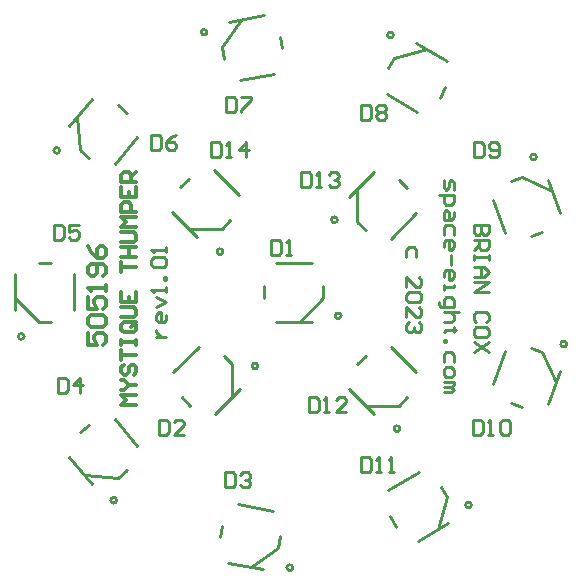
<source format=gto>
%FSLAX25Y25*%
%MOIN*%
G70*
G01*
G75*
G04 Layer_Color=65535*
%ADD10P,0.08352X4X360.0*%
%ADD11P,0.08352X4X270.0*%
%ADD12P,0.08352X4X75.0*%
%ADD13P,0.08352X4X115.0*%
%ADD14P,0.08352X4X155.0*%
%ADD15P,0.08352X4X195.0*%
%ADD16P,0.08352X4X235.0*%
%ADD17P,0.08352X4X275.0*%
%ADD18R,0.05906X0.05906*%
%ADD19P,0.08352X4X355.0*%
%ADD20P,0.08352X4X395.0*%
%ADD21R,0.05906X0.05906*%
%ADD22C,0.02500*%
%ADD23C,0.04000*%
%ADD24R,0.12205X0.17716*%
%ADD25R,0.08000X0.05000*%
%ADD26C,0.05000*%
%ADD27C,0.01000*%
%ADD28C,0.01200*%
D27*
X1376356Y1013493D02*
G03*
X1376356Y1013493I-984J0D01*
G01*
X1414477Y1024128D02*
G03*
X1414477Y1024128I-984J0D01*
G01*
X1435356Y954493D02*
G03*
X1435356Y954493I-984J0D01*
G01*
X1459207Y929063D02*
G03*
X1459207Y929063I-984J0D01*
G01*
X1490933Y982680D02*
G03*
X1490933Y982680I-984J0D01*
G01*
X1480834Y1045067D02*
G03*
X1480834Y1045067I-984J0D01*
G01*
X1433135Y1085701D02*
G03*
X1433135Y1085701I-984J0D01*
G01*
X1371078Y1086691D02*
G03*
X1371078Y1086691I-984J0D01*
G01*
X1321962Y1047252D02*
G03*
X1321962Y1047252I-984J0D01*
G01*
X1310110Y985236D02*
G03*
X1310110Y985236I-984J0D01*
G01*
X1340942Y930629D02*
G03*
X1340942Y930629I-984J0D01*
G01*
X1399656Y908182D02*
G03*
X1399656Y908182I-984J0D01*
G01*
X1387992Y975372D02*
G03*
X1387992Y975372I-984J0D01*
G01*
X1415748Y992126D02*
G03*
X1415748Y992126I-984J0D01*
G01*
X1376068Y1021148D02*
X1378852Y1023932D01*
X1362148Y1035068D02*
X1364932Y1037852D01*
X1359365Y1026716D02*
X1367716Y1018365D01*
X1373284Y1040635D02*
X1381635Y1032284D01*
X1364932Y1021148D02*
X1376068D01*
X1421148Y1023432D02*
X1423932Y1020648D01*
X1435068Y1037352D02*
X1437852Y1034568D01*
X1418365Y1031784D02*
X1426716Y1040135D01*
X1432284Y1017865D02*
X1440635Y1026216D01*
X1421148Y1023432D02*
Y1034568D01*
X1435068Y962148D02*
X1437852Y964932D01*
X1421148Y976068D02*
X1423932Y978852D01*
X1418365Y967716D02*
X1426716Y959365D01*
X1432284Y981635D02*
X1440635Y973284D01*
X1423932Y962148D02*
X1435068D01*
X1449040Y935126D02*
X1451008Y931717D01*
X1431992Y925284D02*
X1433960Y921874D01*
X1441307Y917023D02*
X1451536Y922929D01*
X1431464Y934071D02*
X1441693Y939977D01*
X1448126Y920960D02*
X1451008Y931717D01*
X1479017Y981422D02*
X1482716Y980076D01*
X1472284Y962924D02*
X1475983Y961578D01*
X1484729Y962584D02*
X1488769Y973683D01*
X1466231Y969317D02*
X1470271Y980416D01*
X1482716Y980076D02*
X1487422Y969983D01*
X1472284Y1037076D02*
X1475983Y1038422D01*
X1479017Y1018578D02*
X1482716Y1019924D01*
X1484729Y1037416D02*
X1488769Y1026317D01*
X1466231Y1030683D02*
X1470271Y1019584D01*
X1475983Y1038422D02*
X1486076Y1033716D01*
X1431492Y1074716D02*
X1433460Y1078126D01*
X1448540Y1064874D02*
X1450508Y1068283D01*
X1440807Y1082977D02*
X1451036Y1077071D01*
X1430964Y1065929D02*
X1441193Y1060023D01*
X1433460Y1078126D02*
X1444217Y1081008D01*
X1375965Y1081730D02*
X1376649Y1077852D01*
X1395351Y1085148D02*
X1396035Y1081271D01*
X1378475Y1090168D02*
X1390107Y1092218D01*
X1381893Y1070782D02*
X1393525Y1072832D01*
X1375965Y1081730D02*
X1382352Y1090851D01*
X1328665Y1047225D02*
X1331681Y1044695D01*
X1341319Y1062305D02*
X1344335Y1059774D01*
X1325164Y1055303D02*
X1332756Y1064351D01*
X1340244Y1042649D02*
X1347836Y1051697D01*
X1327695Y1058319D02*
X1328665Y1047225D01*
X1315032Y990158D02*
X1318968D01*
X1315032Y1009842D02*
X1318968D01*
X1307158Y994094D02*
Y1005906D01*
X1326842Y994094D02*
Y1005906D01*
X1307158Y998032D02*
X1315032Y990158D01*
X1341319Y938195D02*
X1344335Y940726D01*
X1328665Y953275D02*
X1331681Y955805D01*
X1325164Y945197D02*
X1332756Y936150D01*
X1340244Y957850D02*
X1347836Y948803D01*
X1330225Y939165D02*
X1341319Y938195D01*
X1394851Y914852D02*
X1395535Y918729D01*
X1375465Y918271D02*
X1376149Y922148D01*
X1377975Y909832D02*
X1389607Y907782D01*
X1381393Y929218D02*
X1393025Y927168D01*
X1385729Y908465D02*
X1394851Y914852D01*
X1376568Y978852D02*
X1379352Y976068D01*
X1362648Y964932D02*
X1365432Y962148D01*
X1373784Y959365D02*
X1382135Y967716D01*
X1359865Y973284D02*
X1368216Y981635D01*
X1379352Y964932D02*
Y976068D01*
X1409842Y998032D02*
Y1001968D01*
X1390158Y998032D02*
Y1001968D01*
X1394094Y990158D02*
X1405906D01*
X1394094Y1009842D02*
X1405906D01*
X1401968Y990158D02*
X1409842Y998032D01*
X1392500Y1017498D02*
Y1012500D01*
X1394999D01*
X1395832Y1013333D01*
Y1016665D01*
X1394999Y1017498D01*
X1392500D01*
X1397498Y1012500D02*
X1399164D01*
X1398331D01*
Y1017498D01*
X1397498Y1016665D01*
X1355000Y957498D02*
Y952500D01*
X1357499D01*
X1358332Y953333D01*
Y956665D01*
X1357499Y957498D01*
X1355000D01*
X1363331Y952500D02*
X1359998D01*
X1363331Y955832D01*
Y956665D01*
X1362498Y957498D01*
X1360831D01*
X1359998Y956665D01*
X1377197Y939998D02*
Y935000D01*
X1379696D01*
X1380529Y935833D01*
Y939165D01*
X1379696Y939998D01*
X1377197D01*
X1382196Y939165D02*
X1383029Y939998D01*
X1384695D01*
X1385528Y939165D01*
Y938332D01*
X1384695Y937499D01*
X1383862D01*
X1384695D01*
X1385528Y936666D01*
Y935833D01*
X1384695Y935000D01*
X1383029D01*
X1382196Y935833D01*
X1321300Y971498D02*
Y966500D01*
X1323799D01*
X1324632Y967333D01*
Y970665D01*
X1323799Y971498D01*
X1321300D01*
X1328798Y966500D02*
Y971498D01*
X1326298Y968999D01*
X1329631D01*
X1320000Y1022498D02*
Y1017500D01*
X1322499D01*
X1323332Y1018333D01*
Y1021665D01*
X1322499Y1022498D01*
X1320000D01*
X1328331D02*
X1324998D01*
Y1019999D01*
X1326665Y1020832D01*
X1327498D01*
X1328331Y1019999D01*
Y1018333D01*
X1327498Y1017500D01*
X1325831D01*
X1324998Y1018333D01*
X1352500Y1052498D02*
Y1047500D01*
X1354999D01*
X1355832Y1048333D01*
Y1051665D01*
X1354999Y1052498D01*
X1352500D01*
X1360831D02*
X1359165Y1051665D01*
X1357498Y1049999D01*
Y1048333D01*
X1358331Y1047500D01*
X1359998D01*
X1360831Y1048333D01*
Y1049166D01*
X1359998Y1049999D01*
X1357498D01*
X1377500Y1064998D02*
Y1060000D01*
X1379999D01*
X1380832Y1060833D01*
Y1064165D01*
X1379999Y1064998D01*
X1377500D01*
X1382498D02*
X1385831D01*
Y1064165D01*
X1382498Y1060833D01*
Y1060000D01*
X1422500Y1062498D02*
Y1057500D01*
X1424999D01*
X1425832Y1058333D01*
Y1061665D01*
X1424999Y1062498D01*
X1422500D01*
X1427498Y1061665D02*
X1428331Y1062498D01*
X1429998D01*
X1430831Y1061665D01*
Y1060832D01*
X1429998Y1059999D01*
X1430831Y1059166D01*
Y1058333D01*
X1429998Y1057500D01*
X1428331D01*
X1427498Y1058333D01*
Y1059166D01*
X1428331Y1059999D01*
X1427498Y1060832D01*
Y1061665D01*
X1428331Y1059999D02*
X1429998D01*
X1460000Y1049998D02*
Y1045000D01*
X1462499D01*
X1463332Y1045833D01*
Y1049165D01*
X1462499Y1049998D01*
X1460000D01*
X1464998Y1045833D02*
X1465831Y1045000D01*
X1467498D01*
X1468331Y1045833D01*
Y1049165D01*
X1467498Y1049998D01*
X1465831D01*
X1464998Y1049165D01*
Y1048332D01*
X1465831Y1047499D01*
X1468331D01*
X1459619Y957498D02*
Y952500D01*
X1462118D01*
X1462951Y953333D01*
Y956665D01*
X1462118Y957498D01*
X1459619D01*
X1464617Y952500D02*
X1466284D01*
X1465450D01*
Y957498D01*
X1464617Y956665D01*
X1468783D02*
X1469616Y957498D01*
X1471282D01*
X1472115Y956665D01*
Y953333D01*
X1471282Y952500D01*
X1469616D01*
X1468783Y953333D01*
Y956665D01*
X1422500Y944998D02*
Y940000D01*
X1424999D01*
X1425832Y940833D01*
Y944165D01*
X1424999Y944998D01*
X1422500D01*
X1427498Y940000D02*
X1429165D01*
X1428331D01*
Y944998D01*
X1427498Y944165D01*
X1431664Y940000D02*
X1433330D01*
X1432497D01*
Y944998D01*
X1431664Y944165D01*
X1405000Y964998D02*
Y960000D01*
X1407499D01*
X1408332Y960833D01*
Y964165D01*
X1407499Y964998D01*
X1405000D01*
X1409998Y960000D02*
X1411664D01*
X1410831D01*
Y964998D01*
X1409998Y964165D01*
X1417496Y960000D02*
X1414164D01*
X1417496Y963332D01*
Y964165D01*
X1416663Y964998D01*
X1414997D01*
X1414164Y964165D01*
X1402500Y1039998D02*
Y1035000D01*
X1404999D01*
X1405832Y1035833D01*
Y1039165D01*
X1404999Y1039998D01*
X1402500D01*
X1407498Y1035000D02*
X1409165D01*
X1408331D01*
Y1039998D01*
X1407498Y1039165D01*
X1411664D02*
X1412497Y1039998D01*
X1414163D01*
X1414996Y1039165D01*
Y1038332D01*
X1414163Y1037499D01*
X1413330D01*
X1414163D01*
X1414996Y1036666D01*
Y1035833D01*
X1414163Y1035000D01*
X1412497D01*
X1411664Y1035833D01*
X1372500Y1049998D02*
Y1045000D01*
X1374999D01*
X1375832Y1045833D01*
Y1049165D01*
X1374999Y1049998D01*
X1372500D01*
X1377498Y1045000D02*
X1379165D01*
X1378331D01*
Y1049998D01*
X1377498Y1049165D01*
X1384163Y1045000D02*
Y1049998D01*
X1381664Y1047499D01*
X1384996D01*
X1450000Y1037500D02*
Y1035001D01*
X1450833Y1034168D01*
X1451666Y1035001D01*
Y1036667D01*
X1452499Y1037500D01*
X1453332Y1036667D01*
Y1034168D01*
X1448334Y1032502D02*
X1453332D01*
Y1030002D01*
X1452499Y1029169D01*
X1450833D01*
X1450000Y1030002D01*
Y1032502D01*
X1453332Y1026670D02*
Y1025004D01*
X1452499Y1024171D01*
X1450000D01*
Y1026670D01*
X1450833Y1027503D01*
X1451666Y1026670D01*
Y1024171D01*
X1453332Y1019173D02*
Y1021672D01*
X1452499Y1022505D01*
X1450833D01*
X1450000Y1021672D01*
Y1019173D01*
Y1015007D02*
Y1016673D01*
X1450833Y1017507D01*
X1452499D01*
X1453332Y1016673D01*
Y1015007D01*
X1452499Y1014174D01*
X1451666D01*
Y1017507D01*
X1452499Y1012508D02*
Y1009176D01*
X1450000Y1005011D02*
Y1006677D01*
X1450833Y1007510D01*
X1452499D01*
X1453332Y1006677D01*
Y1005011D01*
X1452499Y1004177D01*
X1451666D01*
Y1007510D01*
X1450000Y1002511D02*
Y1000845D01*
Y1001678D01*
X1453332D01*
Y1002511D01*
X1448334Y996680D02*
Y995847D01*
X1449167Y995014D01*
X1453332D01*
Y997513D01*
X1452499Y998346D01*
X1450833D01*
X1450000Y997513D01*
Y995014D01*
X1454998Y993348D02*
X1450000D01*
X1452499D01*
X1453332Y992515D01*
Y990849D01*
X1452499Y990015D01*
X1450000D01*
X1454165Y987516D02*
X1453332D01*
Y988349D01*
Y986683D01*
Y987516D01*
X1450833D01*
X1450000Y986683D01*
Y984184D02*
X1450833D01*
Y983351D01*
X1450000D01*
Y984184D01*
X1453332Y976686D02*
Y979186D01*
X1452499Y980019D01*
X1450833D01*
X1450000Y979186D01*
Y976686D01*
Y974187D02*
Y972521D01*
X1450833Y971688D01*
X1452499D01*
X1453332Y972521D01*
Y974187D01*
X1452499Y975020D01*
X1450833D01*
X1450000Y974187D01*
Y970022D02*
X1453332D01*
Y969189D01*
X1452499Y968356D01*
X1450000D01*
X1452499D01*
X1453332Y967523D01*
X1452499Y966690D01*
X1450000D01*
X1354168Y985000D02*
X1357500D01*
X1355834D01*
X1355001Y985833D01*
X1354168Y986666D01*
Y987499D01*
X1357500Y992498D02*
Y990831D01*
X1356667Y989998D01*
X1355001D01*
X1354168Y990831D01*
Y992498D01*
X1355001Y993331D01*
X1355834D01*
Y989998D01*
X1354168Y994997D02*
X1357500Y996663D01*
X1354168Y998329D01*
X1357500Y999995D02*
Y1001661D01*
Y1000828D01*
X1352502D01*
X1353335Y999995D01*
X1357500Y1004160D02*
X1356667D01*
Y1004994D01*
X1357500D01*
Y1004160D01*
X1353335Y1008326D02*
X1352502Y1009159D01*
Y1010825D01*
X1353335Y1011658D01*
X1356667D01*
X1357500Y1010825D01*
Y1009159D01*
X1356667Y1008326D01*
X1353335D01*
X1357500Y1013324D02*
Y1014990D01*
Y1014157D01*
X1352502D01*
X1353335Y1013324D01*
X1464998Y1022500D02*
X1460000D01*
Y1020001D01*
X1460833Y1019168D01*
X1461666D01*
X1462499Y1020001D01*
Y1022500D01*
Y1020001D01*
X1463332Y1019168D01*
X1464165D01*
X1464998Y1020001D01*
Y1022500D01*
X1460000Y1017502D02*
X1464998D01*
Y1015002D01*
X1464165Y1014169D01*
X1462499D01*
X1461666Y1015002D01*
Y1017502D01*
Y1015835D02*
X1460000Y1014169D01*
X1464998Y1012503D02*
Y1010837D01*
Y1011670D01*
X1460000D01*
Y1012503D01*
Y1010837D01*
Y1008338D02*
X1463332D01*
X1464998Y1006672D01*
X1463332Y1005006D01*
X1460000D01*
X1462499D01*
Y1008338D01*
X1460000Y1003339D02*
X1464998D01*
X1460000Y1000007D01*
X1464998D01*
X1464165Y990011D02*
X1464998Y990844D01*
Y992510D01*
X1464165Y993343D01*
X1460833D01*
X1460000Y992510D01*
Y990844D01*
X1460833Y990011D01*
X1464998Y985845D02*
Y987511D01*
X1464165Y988344D01*
X1460833D01*
X1460000Y987511D01*
Y985845D01*
X1460833Y985012D01*
X1464165D01*
X1464998Y985845D01*
Y983346D02*
X1460000Y980014D01*
X1464998D02*
X1460000Y983346D01*
X1440832Y1011668D02*
Y1014167D01*
X1439999Y1015000D01*
X1438333D01*
X1437500Y1014167D01*
Y1011668D01*
Y1001671D02*
Y1005003D01*
X1440832Y1001671D01*
X1441665D01*
X1442498Y1002504D01*
Y1004170D01*
X1441665Y1005003D01*
Y1000005D02*
X1442498Y999172D01*
Y997506D01*
X1441665Y996673D01*
X1438333D01*
X1437500Y997506D01*
Y999172D01*
X1438333Y1000005D01*
X1441665D01*
X1437500Y991674D02*
Y995006D01*
X1440832Y991674D01*
X1441665D01*
X1442498Y992507D01*
Y994173D01*
X1441665Y995006D01*
Y990008D02*
X1442498Y989175D01*
Y987509D01*
X1441665Y986676D01*
X1440832D01*
X1439999Y987509D01*
Y988342D01*
Y987509D01*
X1439166Y986676D01*
X1438333D01*
X1437500Y987509D01*
Y989175D01*
X1438333Y990008D01*
D28*
X1347500Y962500D02*
X1342502D01*
X1344168Y964166D01*
X1342502Y965832D01*
X1347500D01*
X1342502Y967498D02*
X1343335D01*
X1345001Y969164D01*
X1343335Y970831D01*
X1342502D01*
X1345001Y969164D02*
X1347500D01*
X1343335Y975829D02*
X1342502Y974996D01*
Y973330D01*
X1343335Y972497D01*
X1344168D01*
X1345001Y973330D01*
Y974996D01*
X1345834Y975829D01*
X1346667D01*
X1347500Y974996D01*
Y973330D01*
X1346667Y972497D01*
X1342502Y977495D02*
Y980827D01*
Y979161D01*
X1347500D01*
X1342502Y982493D02*
Y984160D01*
Y983327D01*
X1347500D01*
Y982493D01*
Y984160D01*
X1346667Y989991D02*
X1343335D01*
X1342502Y989158D01*
Y987492D01*
X1343335Y986659D01*
X1346667D01*
X1347500Y987492D01*
Y989158D01*
X1345834Y988325D02*
X1347500Y989991D01*
Y989158D02*
X1346667Y989991D01*
X1342502Y991657D02*
X1346667D01*
X1347500Y992490D01*
Y994156D01*
X1346667Y994989D01*
X1342502D01*
Y999988D02*
Y996656D01*
X1347500D01*
Y999988D01*
X1345001Y996656D02*
Y998322D01*
X1342502Y1006652D02*
Y1009985D01*
Y1008319D01*
X1347500D01*
X1342502Y1011651D02*
X1347500D01*
X1345001D01*
Y1014983D01*
X1342502D01*
X1347500D01*
X1342502Y1016649D02*
X1346667D01*
X1347500Y1017482D01*
Y1019148D01*
X1346667Y1019981D01*
X1342502D01*
X1347500Y1021647D02*
X1342502D01*
X1344168Y1023314D01*
X1342502Y1024980D01*
X1347500D01*
Y1026646D02*
X1342502D01*
Y1029145D01*
X1343335Y1029978D01*
X1345001D01*
X1345834Y1029145D01*
Y1026646D01*
X1342502Y1034976D02*
Y1031644D01*
X1347500D01*
Y1034976D01*
X1345001Y1031644D02*
Y1033310D01*
X1347500Y1036643D02*
X1342502D01*
Y1039142D01*
X1343335Y1039975D01*
X1345001D01*
X1345834Y1039142D01*
Y1036643D01*
Y1038309D02*
X1347500Y1039975D01*
X1331502Y986499D02*
Y982500D01*
X1334501D01*
X1333501Y984499D01*
Y985499D01*
X1334501Y986499D01*
X1336500D01*
X1337500Y985499D01*
Y983500D01*
X1336500Y982500D01*
X1332502Y988498D02*
X1331502Y989498D01*
Y991497D01*
X1332502Y992497D01*
X1336500D01*
X1337500Y991497D01*
Y989498D01*
X1336500Y988498D01*
X1332502D01*
X1331502Y998495D02*
Y994496D01*
X1334501D01*
X1333501Y996496D01*
Y997495D01*
X1334501Y998495D01*
X1336500D01*
X1337500Y997495D01*
Y995496D01*
X1336500Y994496D01*
X1337500Y1000494D02*
Y1002493D01*
Y1001494D01*
X1331502D01*
X1332502Y1000494D01*
X1336500Y1005493D02*
X1337500Y1006492D01*
Y1008492D01*
X1336500Y1009491D01*
X1332502D01*
X1331502Y1008492D01*
Y1006492D01*
X1332502Y1005493D01*
X1333501D01*
X1334501Y1006492D01*
Y1009491D01*
X1331502Y1015489D02*
X1332502Y1013490D01*
X1334501Y1011491D01*
X1336500D01*
X1337500Y1012490D01*
Y1014490D01*
X1336500Y1015489D01*
X1335501D01*
X1334501Y1014490D01*
Y1011491D01*
M02*

</source>
